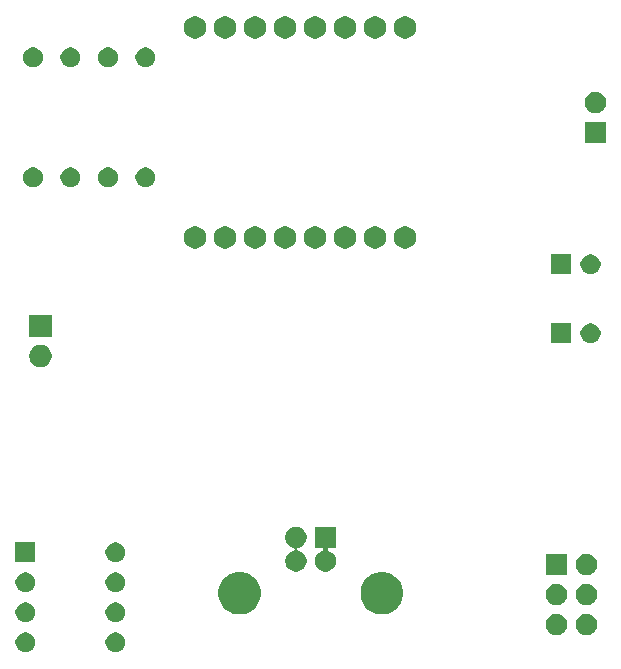
<source format=gbr>
G04 #@! TF.GenerationSoftware,KiCad,Pcbnew,5.1.6-c6e7f7d~86~ubuntu18.04.1*
G04 #@! TF.CreationDate,2020-06-12T21:41:03+02:00*
G04 #@! TF.ProjectId,printplaat,7072696e-7470-46c6-9161-742e6b696361,rev?*
G04 #@! TF.SameCoordinates,Original*
G04 #@! TF.FileFunction,Soldermask,Bot*
G04 #@! TF.FilePolarity,Negative*
%FSLAX46Y46*%
G04 Gerber Fmt 4.6, Leading zero omitted, Abs format (unit mm)*
G04 Created by KiCad (PCBNEW 5.1.6-c6e7f7d~86~ubuntu18.04.1) date 2020-06-12 21:41:03*
%MOMM*%
%LPD*%
G01*
G04 APERTURE LIST*
%ADD10C,0.100000*%
G04 APERTURE END LIST*
D10*
G36*
X106928228Y-166821703D02*
G01*
X107083100Y-166885853D01*
X107222481Y-166978985D01*
X107341015Y-167097519D01*
X107434147Y-167236900D01*
X107498297Y-167391772D01*
X107531000Y-167556184D01*
X107531000Y-167723816D01*
X107498297Y-167888228D01*
X107434147Y-168043100D01*
X107341015Y-168182481D01*
X107222481Y-168301015D01*
X107083100Y-168394147D01*
X106928228Y-168458297D01*
X106763816Y-168491000D01*
X106596184Y-168491000D01*
X106431772Y-168458297D01*
X106276900Y-168394147D01*
X106137519Y-168301015D01*
X106018985Y-168182481D01*
X105925853Y-168043100D01*
X105861703Y-167888228D01*
X105829000Y-167723816D01*
X105829000Y-167556184D01*
X105861703Y-167391772D01*
X105925853Y-167236900D01*
X106018985Y-167097519D01*
X106137519Y-166978985D01*
X106276900Y-166885853D01*
X106431772Y-166821703D01*
X106596184Y-166789000D01*
X106763816Y-166789000D01*
X106928228Y-166821703D01*
G37*
G36*
X99308228Y-166821703D02*
G01*
X99463100Y-166885853D01*
X99602481Y-166978985D01*
X99721015Y-167097519D01*
X99814147Y-167236900D01*
X99878297Y-167391772D01*
X99911000Y-167556184D01*
X99911000Y-167723816D01*
X99878297Y-167888228D01*
X99814147Y-168043100D01*
X99721015Y-168182481D01*
X99602481Y-168301015D01*
X99463100Y-168394147D01*
X99308228Y-168458297D01*
X99143816Y-168491000D01*
X98976184Y-168491000D01*
X98811772Y-168458297D01*
X98656900Y-168394147D01*
X98517519Y-168301015D01*
X98398985Y-168182481D01*
X98305853Y-168043100D01*
X98241703Y-167888228D01*
X98209000Y-167723816D01*
X98209000Y-167556184D01*
X98241703Y-167391772D01*
X98305853Y-167236900D01*
X98398985Y-167097519D01*
X98517519Y-166978985D01*
X98656900Y-166885853D01*
X98811772Y-166821703D01*
X98976184Y-166789000D01*
X99143816Y-166789000D01*
X99308228Y-166821703D01*
G37*
G36*
X146671512Y-165219927D02*
G01*
X146820812Y-165249624D01*
X146984784Y-165317544D01*
X147132354Y-165416147D01*
X147257853Y-165541646D01*
X147356456Y-165689216D01*
X147424376Y-165853188D01*
X147459000Y-166027259D01*
X147459000Y-166204741D01*
X147424376Y-166378812D01*
X147356456Y-166542784D01*
X147257853Y-166690354D01*
X147132354Y-166815853D01*
X146984784Y-166914456D01*
X146820812Y-166982376D01*
X146671512Y-167012073D01*
X146646742Y-167017000D01*
X146469258Y-167017000D01*
X146444488Y-167012073D01*
X146295188Y-166982376D01*
X146131216Y-166914456D01*
X145983646Y-166815853D01*
X145858147Y-166690354D01*
X145759544Y-166542784D01*
X145691624Y-166378812D01*
X145657000Y-166204741D01*
X145657000Y-166027259D01*
X145691624Y-165853188D01*
X145759544Y-165689216D01*
X145858147Y-165541646D01*
X145983646Y-165416147D01*
X146131216Y-165317544D01*
X146295188Y-165249624D01*
X146444488Y-165219927D01*
X146469258Y-165215000D01*
X146646742Y-165215000D01*
X146671512Y-165219927D01*
G37*
G36*
X144131512Y-165219927D02*
G01*
X144280812Y-165249624D01*
X144444784Y-165317544D01*
X144592354Y-165416147D01*
X144717853Y-165541646D01*
X144816456Y-165689216D01*
X144884376Y-165853188D01*
X144919000Y-166027259D01*
X144919000Y-166204741D01*
X144884376Y-166378812D01*
X144816456Y-166542784D01*
X144717853Y-166690354D01*
X144592354Y-166815853D01*
X144444784Y-166914456D01*
X144280812Y-166982376D01*
X144131512Y-167012073D01*
X144106742Y-167017000D01*
X143929258Y-167017000D01*
X143904488Y-167012073D01*
X143755188Y-166982376D01*
X143591216Y-166914456D01*
X143443646Y-166815853D01*
X143318147Y-166690354D01*
X143219544Y-166542784D01*
X143151624Y-166378812D01*
X143117000Y-166204741D01*
X143117000Y-166027259D01*
X143151624Y-165853188D01*
X143219544Y-165689216D01*
X143318147Y-165541646D01*
X143443646Y-165416147D01*
X143591216Y-165317544D01*
X143755188Y-165249624D01*
X143904488Y-165219927D01*
X143929258Y-165215000D01*
X144106742Y-165215000D01*
X144131512Y-165219927D01*
G37*
G36*
X99308228Y-164281703D02*
G01*
X99463100Y-164345853D01*
X99602481Y-164438985D01*
X99721015Y-164557519D01*
X99814147Y-164696900D01*
X99878297Y-164851772D01*
X99911000Y-165016184D01*
X99911000Y-165183816D01*
X99878297Y-165348228D01*
X99814147Y-165503100D01*
X99721015Y-165642481D01*
X99602481Y-165761015D01*
X99463100Y-165854147D01*
X99308228Y-165918297D01*
X99143816Y-165951000D01*
X98976184Y-165951000D01*
X98811772Y-165918297D01*
X98656900Y-165854147D01*
X98517519Y-165761015D01*
X98398985Y-165642481D01*
X98305853Y-165503100D01*
X98241703Y-165348228D01*
X98209000Y-165183816D01*
X98209000Y-165016184D01*
X98241703Y-164851772D01*
X98305853Y-164696900D01*
X98398985Y-164557519D01*
X98517519Y-164438985D01*
X98656900Y-164345853D01*
X98811772Y-164281703D01*
X98976184Y-164249000D01*
X99143816Y-164249000D01*
X99308228Y-164281703D01*
G37*
G36*
X106928228Y-164281703D02*
G01*
X107083100Y-164345853D01*
X107222481Y-164438985D01*
X107341015Y-164557519D01*
X107434147Y-164696900D01*
X107498297Y-164851772D01*
X107531000Y-165016184D01*
X107531000Y-165183816D01*
X107498297Y-165348228D01*
X107434147Y-165503100D01*
X107341015Y-165642481D01*
X107222481Y-165761015D01*
X107083100Y-165854147D01*
X106928228Y-165918297D01*
X106763816Y-165951000D01*
X106596184Y-165951000D01*
X106431772Y-165918297D01*
X106276900Y-165854147D01*
X106137519Y-165761015D01*
X106018985Y-165642481D01*
X105925853Y-165503100D01*
X105861703Y-165348228D01*
X105829000Y-165183816D01*
X105829000Y-165016184D01*
X105861703Y-164851772D01*
X105925853Y-164696900D01*
X106018985Y-164557519D01*
X106137519Y-164438985D01*
X106276900Y-164345853D01*
X106431772Y-164281703D01*
X106596184Y-164249000D01*
X106763816Y-164249000D01*
X106928228Y-164281703D01*
G37*
G36*
X117715331Y-161728211D02*
G01*
X118043092Y-161863974D01*
X118338070Y-162061072D01*
X118588928Y-162311930D01*
X118786026Y-162606908D01*
X118921789Y-162934669D01*
X118991000Y-163282616D01*
X118991000Y-163637384D01*
X118921789Y-163985331D01*
X118786026Y-164313092D01*
X118588928Y-164608070D01*
X118338070Y-164858928D01*
X118043092Y-165056026D01*
X117715331Y-165191789D01*
X117367384Y-165261000D01*
X117012616Y-165261000D01*
X116664669Y-165191789D01*
X116336908Y-165056026D01*
X116041930Y-164858928D01*
X115791072Y-164608070D01*
X115593974Y-164313092D01*
X115458211Y-163985331D01*
X115389000Y-163637384D01*
X115389000Y-163282616D01*
X115458211Y-162934669D01*
X115593974Y-162606908D01*
X115791072Y-162311930D01*
X116041930Y-162061072D01*
X116336908Y-161863974D01*
X116664669Y-161728211D01*
X117012616Y-161659000D01*
X117367384Y-161659000D01*
X117715331Y-161728211D01*
G37*
G36*
X129755331Y-161728211D02*
G01*
X130083092Y-161863974D01*
X130378070Y-162061072D01*
X130628928Y-162311930D01*
X130826026Y-162606908D01*
X130961789Y-162934669D01*
X131031000Y-163282616D01*
X131031000Y-163637384D01*
X130961789Y-163985331D01*
X130826026Y-164313092D01*
X130628928Y-164608070D01*
X130378070Y-164858928D01*
X130083092Y-165056026D01*
X129755331Y-165191789D01*
X129407384Y-165261000D01*
X129052616Y-165261000D01*
X128704669Y-165191789D01*
X128376908Y-165056026D01*
X128081930Y-164858928D01*
X127831072Y-164608070D01*
X127633974Y-164313092D01*
X127498211Y-163985331D01*
X127429000Y-163637384D01*
X127429000Y-163282616D01*
X127498211Y-162934669D01*
X127633974Y-162606908D01*
X127831072Y-162311930D01*
X128081930Y-162061072D01*
X128376908Y-161863974D01*
X128704669Y-161728211D01*
X129052616Y-161659000D01*
X129407384Y-161659000D01*
X129755331Y-161728211D01*
G37*
G36*
X146671512Y-162679927D02*
G01*
X146820812Y-162709624D01*
X146984784Y-162777544D01*
X147132354Y-162876147D01*
X147257853Y-163001646D01*
X147356456Y-163149216D01*
X147424376Y-163313188D01*
X147459000Y-163487259D01*
X147459000Y-163664741D01*
X147424376Y-163838812D01*
X147356456Y-164002784D01*
X147257853Y-164150354D01*
X147132354Y-164275853D01*
X146984784Y-164374456D01*
X146820812Y-164442376D01*
X146671512Y-164472073D01*
X146646742Y-164477000D01*
X146469258Y-164477000D01*
X146444488Y-164472073D01*
X146295188Y-164442376D01*
X146131216Y-164374456D01*
X145983646Y-164275853D01*
X145858147Y-164150354D01*
X145759544Y-164002784D01*
X145691624Y-163838812D01*
X145657000Y-163664741D01*
X145657000Y-163487259D01*
X145691624Y-163313188D01*
X145759544Y-163149216D01*
X145858147Y-163001646D01*
X145983646Y-162876147D01*
X146131216Y-162777544D01*
X146295188Y-162709624D01*
X146444488Y-162679927D01*
X146469258Y-162675000D01*
X146646742Y-162675000D01*
X146671512Y-162679927D01*
G37*
G36*
X144131512Y-162679927D02*
G01*
X144280812Y-162709624D01*
X144444784Y-162777544D01*
X144592354Y-162876147D01*
X144717853Y-163001646D01*
X144816456Y-163149216D01*
X144884376Y-163313188D01*
X144919000Y-163487259D01*
X144919000Y-163664741D01*
X144884376Y-163838812D01*
X144816456Y-164002784D01*
X144717853Y-164150354D01*
X144592354Y-164275853D01*
X144444784Y-164374456D01*
X144280812Y-164442376D01*
X144131512Y-164472073D01*
X144106742Y-164477000D01*
X143929258Y-164477000D01*
X143904488Y-164472073D01*
X143755188Y-164442376D01*
X143591216Y-164374456D01*
X143443646Y-164275853D01*
X143318147Y-164150354D01*
X143219544Y-164002784D01*
X143151624Y-163838812D01*
X143117000Y-163664741D01*
X143117000Y-163487259D01*
X143151624Y-163313188D01*
X143219544Y-163149216D01*
X143318147Y-163001646D01*
X143443646Y-162876147D01*
X143591216Y-162777544D01*
X143755188Y-162709624D01*
X143904488Y-162679927D01*
X143929258Y-162675000D01*
X144106742Y-162675000D01*
X144131512Y-162679927D01*
G37*
G36*
X99308228Y-161741703D02*
G01*
X99463100Y-161805853D01*
X99602481Y-161898985D01*
X99721015Y-162017519D01*
X99814147Y-162156900D01*
X99878297Y-162311772D01*
X99911000Y-162476184D01*
X99911000Y-162643816D01*
X99878297Y-162808228D01*
X99814147Y-162963100D01*
X99721015Y-163102481D01*
X99602481Y-163221015D01*
X99463100Y-163314147D01*
X99308228Y-163378297D01*
X99143816Y-163411000D01*
X98976184Y-163411000D01*
X98811772Y-163378297D01*
X98656900Y-163314147D01*
X98517519Y-163221015D01*
X98398985Y-163102481D01*
X98305853Y-162963100D01*
X98241703Y-162808228D01*
X98209000Y-162643816D01*
X98209000Y-162476184D01*
X98241703Y-162311772D01*
X98305853Y-162156900D01*
X98398985Y-162017519D01*
X98517519Y-161898985D01*
X98656900Y-161805853D01*
X98811772Y-161741703D01*
X98976184Y-161709000D01*
X99143816Y-161709000D01*
X99308228Y-161741703D01*
G37*
G36*
X106928228Y-161741703D02*
G01*
X107083100Y-161805853D01*
X107222481Y-161898985D01*
X107341015Y-162017519D01*
X107434147Y-162156900D01*
X107498297Y-162311772D01*
X107531000Y-162476184D01*
X107531000Y-162643816D01*
X107498297Y-162808228D01*
X107434147Y-162963100D01*
X107341015Y-163102481D01*
X107222481Y-163221015D01*
X107083100Y-163314147D01*
X106928228Y-163378297D01*
X106763816Y-163411000D01*
X106596184Y-163411000D01*
X106431772Y-163378297D01*
X106276900Y-163314147D01*
X106137519Y-163221015D01*
X106018985Y-163102481D01*
X105925853Y-162963100D01*
X105861703Y-162808228D01*
X105829000Y-162643816D01*
X105829000Y-162476184D01*
X105861703Y-162311772D01*
X105925853Y-162156900D01*
X106018985Y-162017519D01*
X106137519Y-161898985D01*
X106276900Y-161805853D01*
X106431772Y-161741703D01*
X106596184Y-161709000D01*
X106763816Y-161709000D01*
X106928228Y-161741703D01*
G37*
G36*
X144919000Y-161937000D02*
G01*
X143117000Y-161937000D01*
X143117000Y-160135000D01*
X144919000Y-160135000D01*
X144919000Y-161937000D01*
G37*
G36*
X146671512Y-160139927D02*
G01*
X146820812Y-160169624D01*
X146984784Y-160237544D01*
X147132354Y-160336147D01*
X147257853Y-160461646D01*
X147356456Y-160609216D01*
X147424376Y-160773188D01*
X147459000Y-160947259D01*
X147459000Y-161124741D01*
X147424376Y-161298812D01*
X147356456Y-161462784D01*
X147257853Y-161610354D01*
X147132354Y-161735853D01*
X146984784Y-161834456D01*
X146820812Y-161902376D01*
X146671512Y-161932073D01*
X146646742Y-161937000D01*
X146469258Y-161937000D01*
X146444488Y-161932073D01*
X146295188Y-161902376D01*
X146131216Y-161834456D01*
X145983646Y-161735853D01*
X145858147Y-161610354D01*
X145759544Y-161462784D01*
X145691624Y-161298812D01*
X145657000Y-161124741D01*
X145657000Y-160947259D01*
X145691624Y-160773188D01*
X145759544Y-160609216D01*
X145858147Y-160461646D01*
X145983646Y-160336147D01*
X146131216Y-160237544D01*
X146295188Y-160169624D01*
X146444488Y-160139927D01*
X146469258Y-160135000D01*
X146646742Y-160135000D01*
X146671512Y-160139927D01*
G37*
G36*
X122073512Y-157853927D02*
G01*
X122222812Y-157883624D01*
X122386784Y-157951544D01*
X122534354Y-158050147D01*
X122659853Y-158175646D01*
X122758456Y-158323216D01*
X122826376Y-158487188D01*
X122861000Y-158661259D01*
X122861000Y-158838741D01*
X122826376Y-159012812D01*
X122758456Y-159176784D01*
X122659853Y-159324354D01*
X122534354Y-159449853D01*
X122386784Y-159548456D01*
X122222812Y-159616376D01*
X122167362Y-159627405D01*
X122143922Y-159634516D01*
X122122311Y-159646067D01*
X122103369Y-159661613D01*
X122087824Y-159680555D01*
X122076273Y-159702165D01*
X122069160Y-159725614D01*
X122066758Y-159750000D01*
X122069160Y-159774387D01*
X122076273Y-159797835D01*
X122087824Y-159819446D01*
X122103370Y-159838388D01*
X122122312Y-159853933D01*
X122143922Y-159865484D01*
X122167362Y-159872595D01*
X122222812Y-159883624D01*
X122386784Y-159951544D01*
X122534354Y-160050147D01*
X122659853Y-160175646D01*
X122758456Y-160323216D01*
X122826376Y-160487188D01*
X122861000Y-160661259D01*
X122861000Y-160838741D01*
X122826376Y-161012812D01*
X122758456Y-161176784D01*
X122659853Y-161324354D01*
X122534354Y-161449853D01*
X122386784Y-161548456D01*
X122222812Y-161616376D01*
X122073512Y-161646073D01*
X122048742Y-161651000D01*
X121871258Y-161651000D01*
X121846488Y-161646073D01*
X121697188Y-161616376D01*
X121533216Y-161548456D01*
X121385646Y-161449853D01*
X121260147Y-161324354D01*
X121161544Y-161176784D01*
X121093624Y-161012812D01*
X121059000Y-160838741D01*
X121059000Y-160661259D01*
X121093624Y-160487188D01*
X121161544Y-160323216D01*
X121260147Y-160175646D01*
X121385646Y-160050147D01*
X121533216Y-159951544D01*
X121697188Y-159883624D01*
X121752638Y-159872595D01*
X121776078Y-159865484D01*
X121797689Y-159853933D01*
X121816631Y-159838387D01*
X121832176Y-159819445D01*
X121843727Y-159797835D01*
X121850840Y-159774386D01*
X121853242Y-159750000D01*
X121850840Y-159725613D01*
X121843727Y-159702165D01*
X121832176Y-159680554D01*
X121816630Y-159661612D01*
X121797688Y-159646067D01*
X121776078Y-159634516D01*
X121752638Y-159627405D01*
X121697188Y-159616376D01*
X121533216Y-159548456D01*
X121385646Y-159449853D01*
X121260147Y-159324354D01*
X121161544Y-159176784D01*
X121093624Y-159012812D01*
X121059000Y-158838741D01*
X121059000Y-158661259D01*
X121093624Y-158487188D01*
X121161544Y-158323216D01*
X121260147Y-158175646D01*
X121385646Y-158050147D01*
X121533216Y-157951544D01*
X121697188Y-157883624D01*
X121846488Y-157853927D01*
X121871258Y-157849000D01*
X122048742Y-157849000D01*
X122073512Y-157853927D01*
G37*
G36*
X125361000Y-159651000D02*
G01*
X124789617Y-159651000D01*
X124765231Y-159653402D01*
X124741782Y-159660515D01*
X124720171Y-159672066D01*
X124701229Y-159687611D01*
X124685684Y-159706553D01*
X124674133Y-159728164D01*
X124667020Y-159751613D01*
X124664618Y-159775999D01*
X124667020Y-159800385D01*
X124674133Y-159823834D01*
X124685684Y-159845445D01*
X124701229Y-159864387D01*
X124720171Y-159879932D01*
X124741771Y-159891477D01*
X124886784Y-159951544D01*
X125034354Y-160050147D01*
X125159853Y-160175646D01*
X125258456Y-160323216D01*
X125326376Y-160487188D01*
X125361000Y-160661259D01*
X125361000Y-160838741D01*
X125326376Y-161012812D01*
X125258456Y-161176784D01*
X125159853Y-161324354D01*
X125034354Y-161449853D01*
X124886784Y-161548456D01*
X124722812Y-161616376D01*
X124573512Y-161646073D01*
X124548742Y-161651000D01*
X124371258Y-161651000D01*
X124346488Y-161646073D01*
X124197188Y-161616376D01*
X124033216Y-161548456D01*
X123885646Y-161449853D01*
X123760147Y-161324354D01*
X123661544Y-161176784D01*
X123593624Y-161012812D01*
X123559000Y-160838741D01*
X123559000Y-160661259D01*
X123593624Y-160487188D01*
X123661544Y-160323216D01*
X123760147Y-160175646D01*
X123885646Y-160050147D01*
X124033216Y-159951544D01*
X124178229Y-159891477D01*
X124199829Y-159879932D01*
X124218771Y-159864387D01*
X124234316Y-159845445D01*
X124245867Y-159823834D01*
X124252980Y-159800385D01*
X124255382Y-159775999D01*
X124252980Y-159751613D01*
X124245867Y-159728164D01*
X124234316Y-159706553D01*
X124218771Y-159687611D01*
X124199829Y-159672066D01*
X124178218Y-159660515D01*
X124154769Y-159653402D01*
X124130383Y-159651000D01*
X123559000Y-159651000D01*
X123559000Y-157849000D01*
X125361000Y-157849000D01*
X125361000Y-159651000D01*
G37*
G36*
X99911000Y-160871000D02*
G01*
X98209000Y-160871000D01*
X98209000Y-159169000D01*
X99911000Y-159169000D01*
X99911000Y-160871000D01*
G37*
G36*
X106928228Y-159201703D02*
G01*
X107083100Y-159265853D01*
X107222481Y-159358985D01*
X107341015Y-159477519D01*
X107434147Y-159616900D01*
X107498297Y-159771772D01*
X107531000Y-159936184D01*
X107531000Y-160103816D01*
X107498297Y-160268228D01*
X107434147Y-160423100D01*
X107341015Y-160562481D01*
X107222481Y-160681015D01*
X107083100Y-160774147D01*
X106928228Y-160838297D01*
X106763816Y-160871000D01*
X106596184Y-160871000D01*
X106431772Y-160838297D01*
X106276900Y-160774147D01*
X106137519Y-160681015D01*
X106018985Y-160562481D01*
X105925853Y-160423100D01*
X105861703Y-160268228D01*
X105829000Y-160103816D01*
X105829000Y-159936184D01*
X105861703Y-159771772D01*
X105925853Y-159616900D01*
X106018985Y-159477519D01*
X106137519Y-159358985D01*
X106276900Y-159265853D01*
X106431772Y-159201703D01*
X106596184Y-159169000D01*
X106763816Y-159169000D01*
X106928228Y-159201703D01*
G37*
G36*
X100607395Y-142468546D02*
G01*
X100780466Y-142540234D01*
X100780467Y-142540235D01*
X100936227Y-142644310D01*
X101068690Y-142776773D01*
X101068691Y-142776775D01*
X101172766Y-142932534D01*
X101244454Y-143105605D01*
X101281000Y-143289333D01*
X101281000Y-143476667D01*
X101244454Y-143660395D01*
X101172766Y-143833466D01*
X101172765Y-143833467D01*
X101068690Y-143989227D01*
X100936227Y-144121690D01*
X100857818Y-144174081D01*
X100780466Y-144225766D01*
X100607395Y-144297454D01*
X100423667Y-144334000D01*
X100236333Y-144334000D01*
X100052605Y-144297454D01*
X99879534Y-144225766D01*
X99802182Y-144174081D01*
X99723773Y-144121690D01*
X99591310Y-143989227D01*
X99487235Y-143833467D01*
X99487234Y-143833466D01*
X99415546Y-143660395D01*
X99379000Y-143476667D01*
X99379000Y-143289333D01*
X99415546Y-143105605D01*
X99487234Y-142932534D01*
X99591309Y-142776775D01*
X99591310Y-142776773D01*
X99723773Y-142644310D01*
X99879533Y-142540235D01*
X99879534Y-142540234D01*
X100052605Y-142468546D01*
X100236333Y-142432000D01*
X100423667Y-142432000D01*
X100607395Y-142468546D01*
G37*
G36*
X145250000Y-142329000D02*
G01*
X143548000Y-142329000D01*
X143548000Y-140627000D01*
X145250000Y-140627000D01*
X145250000Y-142329000D01*
G37*
G36*
X147147228Y-140659703D02*
G01*
X147302100Y-140723853D01*
X147441481Y-140816985D01*
X147560015Y-140935519D01*
X147653147Y-141074900D01*
X147717297Y-141229772D01*
X147750000Y-141394184D01*
X147750000Y-141561816D01*
X147717297Y-141726228D01*
X147653147Y-141881100D01*
X147560015Y-142020481D01*
X147441481Y-142139015D01*
X147302100Y-142232147D01*
X147147228Y-142296297D01*
X146982816Y-142329000D01*
X146815184Y-142329000D01*
X146650772Y-142296297D01*
X146495900Y-142232147D01*
X146356519Y-142139015D01*
X146237985Y-142020481D01*
X146144853Y-141881100D01*
X146080703Y-141726228D01*
X146048000Y-141561816D01*
X146048000Y-141394184D01*
X146080703Y-141229772D01*
X146144853Y-141074900D01*
X146237985Y-140935519D01*
X146356519Y-140816985D01*
X146495900Y-140723853D01*
X146650772Y-140659703D01*
X146815184Y-140627000D01*
X146982816Y-140627000D01*
X147147228Y-140659703D01*
G37*
G36*
X101281000Y-141794000D02*
G01*
X99379000Y-141794000D01*
X99379000Y-139892000D01*
X101281000Y-139892000D01*
X101281000Y-141794000D01*
G37*
G36*
X145250000Y-136487000D02*
G01*
X143548000Y-136487000D01*
X143548000Y-134785000D01*
X145250000Y-134785000D01*
X145250000Y-136487000D01*
G37*
G36*
X147147228Y-134817703D02*
G01*
X147302100Y-134881853D01*
X147441481Y-134974985D01*
X147560015Y-135093519D01*
X147653147Y-135232900D01*
X147717297Y-135387772D01*
X147750000Y-135552184D01*
X147750000Y-135719816D01*
X147717297Y-135884228D01*
X147653147Y-136039100D01*
X147560015Y-136178481D01*
X147441481Y-136297015D01*
X147302100Y-136390147D01*
X147147228Y-136454297D01*
X146982816Y-136487000D01*
X146815184Y-136487000D01*
X146650772Y-136454297D01*
X146495900Y-136390147D01*
X146356519Y-136297015D01*
X146237985Y-136178481D01*
X146144853Y-136039100D01*
X146080703Y-135884228D01*
X146048000Y-135719816D01*
X146048000Y-135552184D01*
X146080703Y-135387772D01*
X146144853Y-135232900D01*
X146237985Y-135093519D01*
X146356519Y-134974985D01*
X146495900Y-134881853D01*
X146650772Y-134817703D01*
X146815184Y-134785000D01*
X146982816Y-134785000D01*
X147147228Y-134817703D01*
G37*
G36*
X126385187Y-132446123D02*
G01*
X126556255Y-132516982D01*
X126556257Y-132516983D01*
X126633758Y-132568768D01*
X126710214Y-132619854D01*
X126841146Y-132750786D01*
X126944018Y-132904745D01*
X127014877Y-133075813D01*
X127051000Y-133257417D01*
X127051000Y-133442583D01*
X127014877Y-133624187D01*
X126944018Y-133795255D01*
X126944017Y-133795257D01*
X126841145Y-133949215D01*
X126710215Y-134080145D01*
X126556257Y-134183017D01*
X126556256Y-134183018D01*
X126556255Y-134183018D01*
X126385187Y-134253877D01*
X126203583Y-134290000D01*
X126018417Y-134290000D01*
X125836813Y-134253877D01*
X125665745Y-134183018D01*
X125665744Y-134183018D01*
X125665743Y-134183017D01*
X125511785Y-134080145D01*
X125380855Y-133949215D01*
X125277983Y-133795257D01*
X125277982Y-133795255D01*
X125207123Y-133624187D01*
X125171000Y-133442583D01*
X125171000Y-133257417D01*
X125207123Y-133075813D01*
X125277982Y-132904745D01*
X125380854Y-132750786D01*
X125511786Y-132619854D01*
X125588242Y-132568768D01*
X125665743Y-132516983D01*
X125665745Y-132516982D01*
X125836813Y-132446123D01*
X126018417Y-132410000D01*
X126203583Y-132410000D01*
X126385187Y-132446123D01*
G37*
G36*
X113685187Y-132446123D02*
G01*
X113856255Y-132516982D01*
X113856257Y-132516983D01*
X113933758Y-132568768D01*
X114010214Y-132619854D01*
X114141146Y-132750786D01*
X114244018Y-132904745D01*
X114314877Y-133075813D01*
X114351000Y-133257417D01*
X114351000Y-133442583D01*
X114314877Y-133624187D01*
X114244018Y-133795255D01*
X114244017Y-133795257D01*
X114141145Y-133949215D01*
X114010215Y-134080145D01*
X113856257Y-134183017D01*
X113856256Y-134183018D01*
X113856255Y-134183018D01*
X113685187Y-134253877D01*
X113503583Y-134290000D01*
X113318417Y-134290000D01*
X113136813Y-134253877D01*
X112965745Y-134183018D01*
X112965744Y-134183018D01*
X112965743Y-134183017D01*
X112811785Y-134080145D01*
X112680855Y-133949215D01*
X112577983Y-133795257D01*
X112577982Y-133795255D01*
X112507123Y-133624187D01*
X112471000Y-133442583D01*
X112471000Y-133257417D01*
X112507123Y-133075813D01*
X112577982Y-132904745D01*
X112680854Y-132750786D01*
X112811786Y-132619854D01*
X112888242Y-132568768D01*
X112965743Y-132516983D01*
X112965745Y-132516982D01*
X113136813Y-132446123D01*
X113318417Y-132410000D01*
X113503583Y-132410000D01*
X113685187Y-132446123D01*
G37*
G36*
X128925187Y-132446123D02*
G01*
X129096255Y-132516982D01*
X129096257Y-132516983D01*
X129173758Y-132568768D01*
X129250214Y-132619854D01*
X129381146Y-132750786D01*
X129484018Y-132904745D01*
X129554877Y-133075813D01*
X129591000Y-133257417D01*
X129591000Y-133442583D01*
X129554877Y-133624187D01*
X129484018Y-133795255D01*
X129484017Y-133795257D01*
X129381145Y-133949215D01*
X129250215Y-134080145D01*
X129096257Y-134183017D01*
X129096256Y-134183018D01*
X129096255Y-134183018D01*
X128925187Y-134253877D01*
X128743583Y-134290000D01*
X128558417Y-134290000D01*
X128376813Y-134253877D01*
X128205745Y-134183018D01*
X128205744Y-134183018D01*
X128205743Y-134183017D01*
X128051785Y-134080145D01*
X127920855Y-133949215D01*
X127817983Y-133795257D01*
X127817982Y-133795255D01*
X127747123Y-133624187D01*
X127711000Y-133442583D01*
X127711000Y-133257417D01*
X127747123Y-133075813D01*
X127817982Y-132904745D01*
X127920854Y-132750786D01*
X128051786Y-132619854D01*
X128128242Y-132568768D01*
X128205743Y-132516983D01*
X128205745Y-132516982D01*
X128376813Y-132446123D01*
X128558417Y-132410000D01*
X128743583Y-132410000D01*
X128925187Y-132446123D01*
G37*
G36*
X123845187Y-132446123D02*
G01*
X124016255Y-132516982D01*
X124016257Y-132516983D01*
X124093758Y-132568768D01*
X124170214Y-132619854D01*
X124301146Y-132750786D01*
X124404018Y-132904745D01*
X124474877Y-133075813D01*
X124511000Y-133257417D01*
X124511000Y-133442583D01*
X124474877Y-133624187D01*
X124404018Y-133795255D01*
X124404017Y-133795257D01*
X124301145Y-133949215D01*
X124170215Y-134080145D01*
X124016257Y-134183017D01*
X124016256Y-134183018D01*
X124016255Y-134183018D01*
X123845187Y-134253877D01*
X123663583Y-134290000D01*
X123478417Y-134290000D01*
X123296813Y-134253877D01*
X123125745Y-134183018D01*
X123125744Y-134183018D01*
X123125743Y-134183017D01*
X122971785Y-134080145D01*
X122840855Y-133949215D01*
X122737983Y-133795257D01*
X122737982Y-133795255D01*
X122667123Y-133624187D01*
X122631000Y-133442583D01*
X122631000Y-133257417D01*
X122667123Y-133075813D01*
X122737982Y-132904745D01*
X122840854Y-132750786D01*
X122971786Y-132619854D01*
X123048242Y-132568768D01*
X123125743Y-132516983D01*
X123125745Y-132516982D01*
X123296813Y-132446123D01*
X123478417Y-132410000D01*
X123663583Y-132410000D01*
X123845187Y-132446123D01*
G37*
G36*
X118765187Y-132446123D02*
G01*
X118936255Y-132516982D01*
X118936257Y-132516983D01*
X119013758Y-132568768D01*
X119090214Y-132619854D01*
X119221146Y-132750786D01*
X119324018Y-132904745D01*
X119394877Y-133075813D01*
X119431000Y-133257417D01*
X119431000Y-133442583D01*
X119394877Y-133624187D01*
X119324018Y-133795255D01*
X119324017Y-133795257D01*
X119221145Y-133949215D01*
X119090215Y-134080145D01*
X118936257Y-134183017D01*
X118936256Y-134183018D01*
X118936255Y-134183018D01*
X118765187Y-134253877D01*
X118583583Y-134290000D01*
X118398417Y-134290000D01*
X118216813Y-134253877D01*
X118045745Y-134183018D01*
X118045744Y-134183018D01*
X118045743Y-134183017D01*
X117891785Y-134080145D01*
X117760855Y-133949215D01*
X117657983Y-133795257D01*
X117657982Y-133795255D01*
X117587123Y-133624187D01*
X117551000Y-133442583D01*
X117551000Y-133257417D01*
X117587123Y-133075813D01*
X117657982Y-132904745D01*
X117760854Y-132750786D01*
X117891786Y-132619854D01*
X117968242Y-132568768D01*
X118045743Y-132516983D01*
X118045745Y-132516982D01*
X118216813Y-132446123D01*
X118398417Y-132410000D01*
X118583583Y-132410000D01*
X118765187Y-132446123D01*
G37*
G36*
X116225187Y-132446123D02*
G01*
X116396255Y-132516982D01*
X116396257Y-132516983D01*
X116473758Y-132568768D01*
X116550214Y-132619854D01*
X116681146Y-132750786D01*
X116784018Y-132904745D01*
X116854877Y-133075813D01*
X116891000Y-133257417D01*
X116891000Y-133442583D01*
X116854877Y-133624187D01*
X116784018Y-133795255D01*
X116784017Y-133795257D01*
X116681145Y-133949215D01*
X116550215Y-134080145D01*
X116396257Y-134183017D01*
X116396256Y-134183018D01*
X116396255Y-134183018D01*
X116225187Y-134253877D01*
X116043583Y-134290000D01*
X115858417Y-134290000D01*
X115676813Y-134253877D01*
X115505745Y-134183018D01*
X115505744Y-134183018D01*
X115505743Y-134183017D01*
X115351785Y-134080145D01*
X115220855Y-133949215D01*
X115117983Y-133795257D01*
X115117982Y-133795255D01*
X115047123Y-133624187D01*
X115011000Y-133442583D01*
X115011000Y-133257417D01*
X115047123Y-133075813D01*
X115117982Y-132904745D01*
X115220854Y-132750786D01*
X115351786Y-132619854D01*
X115428242Y-132568768D01*
X115505743Y-132516983D01*
X115505745Y-132516982D01*
X115676813Y-132446123D01*
X115858417Y-132410000D01*
X116043583Y-132410000D01*
X116225187Y-132446123D01*
G37*
G36*
X131465187Y-132446123D02*
G01*
X131636255Y-132516982D01*
X131636257Y-132516983D01*
X131713758Y-132568768D01*
X131790214Y-132619854D01*
X131921146Y-132750786D01*
X132024018Y-132904745D01*
X132094877Y-133075813D01*
X132131000Y-133257417D01*
X132131000Y-133442583D01*
X132094877Y-133624187D01*
X132024018Y-133795255D01*
X132024017Y-133795257D01*
X131921145Y-133949215D01*
X131790215Y-134080145D01*
X131636257Y-134183017D01*
X131636256Y-134183018D01*
X131636255Y-134183018D01*
X131465187Y-134253877D01*
X131283583Y-134290000D01*
X131098417Y-134290000D01*
X130916813Y-134253877D01*
X130745745Y-134183018D01*
X130745744Y-134183018D01*
X130745743Y-134183017D01*
X130591785Y-134080145D01*
X130460855Y-133949215D01*
X130357983Y-133795257D01*
X130357982Y-133795255D01*
X130287123Y-133624187D01*
X130251000Y-133442583D01*
X130251000Y-133257417D01*
X130287123Y-133075813D01*
X130357982Y-132904745D01*
X130460854Y-132750786D01*
X130591786Y-132619854D01*
X130668242Y-132568768D01*
X130745743Y-132516983D01*
X130745745Y-132516982D01*
X130916813Y-132446123D01*
X131098417Y-132410000D01*
X131283583Y-132410000D01*
X131465187Y-132446123D01*
G37*
G36*
X121305187Y-132446123D02*
G01*
X121476255Y-132516982D01*
X121476257Y-132516983D01*
X121553758Y-132568768D01*
X121630214Y-132619854D01*
X121761146Y-132750786D01*
X121864018Y-132904745D01*
X121934877Y-133075813D01*
X121971000Y-133257417D01*
X121971000Y-133442583D01*
X121934877Y-133624187D01*
X121864018Y-133795255D01*
X121864017Y-133795257D01*
X121761145Y-133949215D01*
X121630215Y-134080145D01*
X121476257Y-134183017D01*
X121476256Y-134183018D01*
X121476255Y-134183018D01*
X121305187Y-134253877D01*
X121123583Y-134290000D01*
X120938417Y-134290000D01*
X120756813Y-134253877D01*
X120585745Y-134183018D01*
X120585744Y-134183018D01*
X120585743Y-134183017D01*
X120431785Y-134080145D01*
X120300855Y-133949215D01*
X120197983Y-133795257D01*
X120197982Y-133795255D01*
X120127123Y-133624187D01*
X120091000Y-133442583D01*
X120091000Y-133257417D01*
X120127123Y-133075813D01*
X120197982Y-132904745D01*
X120300854Y-132750786D01*
X120431786Y-132619854D01*
X120508242Y-132568768D01*
X120585743Y-132516983D01*
X120585745Y-132516982D01*
X120756813Y-132446123D01*
X120938417Y-132410000D01*
X121123583Y-132410000D01*
X121305187Y-132446123D01*
G37*
G36*
X106293228Y-127451703D02*
G01*
X106448100Y-127515853D01*
X106587481Y-127608985D01*
X106706015Y-127727519D01*
X106799147Y-127866900D01*
X106863297Y-128021772D01*
X106896000Y-128186184D01*
X106896000Y-128353816D01*
X106863297Y-128518228D01*
X106799147Y-128673100D01*
X106706015Y-128812481D01*
X106587481Y-128931015D01*
X106448100Y-129024147D01*
X106293228Y-129088297D01*
X106128816Y-129121000D01*
X105961184Y-129121000D01*
X105796772Y-129088297D01*
X105641900Y-129024147D01*
X105502519Y-128931015D01*
X105383985Y-128812481D01*
X105290853Y-128673100D01*
X105226703Y-128518228D01*
X105194000Y-128353816D01*
X105194000Y-128186184D01*
X105226703Y-128021772D01*
X105290853Y-127866900D01*
X105383985Y-127727519D01*
X105502519Y-127608985D01*
X105641900Y-127515853D01*
X105796772Y-127451703D01*
X105961184Y-127419000D01*
X106128816Y-127419000D01*
X106293228Y-127451703D01*
G37*
G36*
X99943228Y-127451703D02*
G01*
X100098100Y-127515853D01*
X100237481Y-127608985D01*
X100356015Y-127727519D01*
X100449147Y-127866900D01*
X100513297Y-128021772D01*
X100546000Y-128186184D01*
X100546000Y-128353816D01*
X100513297Y-128518228D01*
X100449147Y-128673100D01*
X100356015Y-128812481D01*
X100237481Y-128931015D01*
X100098100Y-129024147D01*
X99943228Y-129088297D01*
X99778816Y-129121000D01*
X99611184Y-129121000D01*
X99446772Y-129088297D01*
X99291900Y-129024147D01*
X99152519Y-128931015D01*
X99033985Y-128812481D01*
X98940853Y-128673100D01*
X98876703Y-128518228D01*
X98844000Y-128353816D01*
X98844000Y-128186184D01*
X98876703Y-128021772D01*
X98940853Y-127866900D01*
X99033985Y-127727519D01*
X99152519Y-127608985D01*
X99291900Y-127515853D01*
X99446772Y-127451703D01*
X99611184Y-127419000D01*
X99778816Y-127419000D01*
X99943228Y-127451703D01*
G37*
G36*
X103118228Y-127451703D02*
G01*
X103273100Y-127515853D01*
X103412481Y-127608985D01*
X103531015Y-127727519D01*
X103624147Y-127866900D01*
X103688297Y-128021772D01*
X103721000Y-128186184D01*
X103721000Y-128353816D01*
X103688297Y-128518228D01*
X103624147Y-128673100D01*
X103531015Y-128812481D01*
X103412481Y-128931015D01*
X103273100Y-129024147D01*
X103118228Y-129088297D01*
X102953816Y-129121000D01*
X102786184Y-129121000D01*
X102621772Y-129088297D01*
X102466900Y-129024147D01*
X102327519Y-128931015D01*
X102208985Y-128812481D01*
X102115853Y-128673100D01*
X102051703Y-128518228D01*
X102019000Y-128353816D01*
X102019000Y-128186184D01*
X102051703Y-128021772D01*
X102115853Y-127866900D01*
X102208985Y-127727519D01*
X102327519Y-127608985D01*
X102466900Y-127515853D01*
X102621772Y-127451703D01*
X102786184Y-127419000D01*
X102953816Y-127419000D01*
X103118228Y-127451703D01*
G37*
G36*
X109468228Y-127451703D02*
G01*
X109623100Y-127515853D01*
X109762481Y-127608985D01*
X109881015Y-127727519D01*
X109974147Y-127866900D01*
X110038297Y-128021772D01*
X110071000Y-128186184D01*
X110071000Y-128353816D01*
X110038297Y-128518228D01*
X109974147Y-128673100D01*
X109881015Y-128812481D01*
X109762481Y-128931015D01*
X109623100Y-129024147D01*
X109468228Y-129088297D01*
X109303816Y-129121000D01*
X109136184Y-129121000D01*
X108971772Y-129088297D01*
X108816900Y-129024147D01*
X108677519Y-128931015D01*
X108558985Y-128812481D01*
X108465853Y-128673100D01*
X108401703Y-128518228D01*
X108369000Y-128353816D01*
X108369000Y-128186184D01*
X108401703Y-128021772D01*
X108465853Y-127866900D01*
X108558985Y-127727519D01*
X108677519Y-127608985D01*
X108816900Y-127515853D01*
X108971772Y-127451703D01*
X109136184Y-127419000D01*
X109303816Y-127419000D01*
X109468228Y-127451703D01*
G37*
G36*
X148221000Y-125361000D02*
G01*
X146419000Y-125361000D01*
X146419000Y-123559000D01*
X148221000Y-123559000D01*
X148221000Y-125361000D01*
G37*
G36*
X147433512Y-121023927D02*
G01*
X147582812Y-121053624D01*
X147746784Y-121121544D01*
X147894354Y-121220147D01*
X148019853Y-121345646D01*
X148118456Y-121493216D01*
X148186376Y-121657188D01*
X148221000Y-121831259D01*
X148221000Y-122008741D01*
X148186376Y-122182812D01*
X148118456Y-122346784D01*
X148019853Y-122494354D01*
X147894354Y-122619853D01*
X147746784Y-122718456D01*
X147582812Y-122786376D01*
X147433512Y-122816073D01*
X147408742Y-122821000D01*
X147231258Y-122821000D01*
X147206488Y-122816073D01*
X147057188Y-122786376D01*
X146893216Y-122718456D01*
X146745646Y-122619853D01*
X146620147Y-122494354D01*
X146521544Y-122346784D01*
X146453624Y-122182812D01*
X146419000Y-122008741D01*
X146419000Y-121831259D01*
X146453624Y-121657188D01*
X146521544Y-121493216D01*
X146620147Y-121345646D01*
X146745646Y-121220147D01*
X146893216Y-121121544D01*
X147057188Y-121053624D01*
X147206488Y-121023927D01*
X147231258Y-121019000D01*
X147408742Y-121019000D01*
X147433512Y-121023927D01*
G37*
G36*
X103118228Y-117291703D02*
G01*
X103273100Y-117355853D01*
X103412481Y-117448985D01*
X103531015Y-117567519D01*
X103624147Y-117706900D01*
X103688297Y-117861772D01*
X103721000Y-118026184D01*
X103721000Y-118193816D01*
X103688297Y-118358228D01*
X103624147Y-118513100D01*
X103531015Y-118652481D01*
X103412481Y-118771015D01*
X103273100Y-118864147D01*
X103118228Y-118928297D01*
X102953816Y-118961000D01*
X102786184Y-118961000D01*
X102621772Y-118928297D01*
X102466900Y-118864147D01*
X102327519Y-118771015D01*
X102208985Y-118652481D01*
X102115853Y-118513100D01*
X102051703Y-118358228D01*
X102019000Y-118193816D01*
X102019000Y-118026184D01*
X102051703Y-117861772D01*
X102115853Y-117706900D01*
X102208985Y-117567519D01*
X102327519Y-117448985D01*
X102466900Y-117355853D01*
X102621772Y-117291703D01*
X102786184Y-117259000D01*
X102953816Y-117259000D01*
X103118228Y-117291703D01*
G37*
G36*
X99943228Y-117291703D02*
G01*
X100098100Y-117355853D01*
X100237481Y-117448985D01*
X100356015Y-117567519D01*
X100449147Y-117706900D01*
X100513297Y-117861772D01*
X100546000Y-118026184D01*
X100546000Y-118193816D01*
X100513297Y-118358228D01*
X100449147Y-118513100D01*
X100356015Y-118652481D01*
X100237481Y-118771015D01*
X100098100Y-118864147D01*
X99943228Y-118928297D01*
X99778816Y-118961000D01*
X99611184Y-118961000D01*
X99446772Y-118928297D01*
X99291900Y-118864147D01*
X99152519Y-118771015D01*
X99033985Y-118652481D01*
X98940853Y-118513100D01*
X98876703Y-118358228D01*
X98844000Y-118193816D01*
X98844000Y-118026184D01*
X98876703Y-117861772D01*
X98940853Y-117706900D01*
X99033985Y-117567519D01*
X99152519Y-117448985D01*
X99291900Y-117355853D01*
X99446772Y-117291703D01*
X99611184Y-117259000D01*
X99778816Y-117259000D01*
X99943228Y-117291703D01*
G37*
G36*
X109468228Y-117291703D02*
G01*
X109623100Y-117355853D01*
X109762481Y-117448985D01*
X109881015Y-117567519D01*
X109974147Y-117706900D01*
X110038297Y-117861772D01*
X110071000Y-118026184D01*
X110071000Y-118193816D01*
X110038297Y-118358228D01*
X109974147Y-118513100D01*
X109881015Y-118652481D01*
X109762481Y-118771015D01*
X109623100Y-118864147D01*
X109468228Y-118928297D01*
X109303816Y-118961000D01*
X109136184Y-118961000D01*
X108971772Y-118928297D01*
X108816900Y-118864147D01*
X108677519Y-118771015D01*
X108558985Y-118652481D01*
X108465853Y-118513100D01*
X108401703Y-118358228D01*
X108369000Y-118193816D01*
X108369000Y-118026184D01*
X108401703Y-117861772D01*
X108465853Y-117706900D01*
X108558985Y-117567519D01*
X108677519Y-117448985D01*
X108816900Y-117355853D01*
X108971772Y-117291703D01*
X109136184Y-117259000D01*
X109303816Y-117259000D01*
X109468228Y-117291703D01*
G37*
G36*
X106293228Y-117291703D02*
G01*
X106448100Y-117355853D01*
X106587481Y-117448985D01*
X106706015Y-117567519D01*
X106799147Y-117706900D01*
X106863297Y-117861772D01*
X106896000Y-118026184D01*
X106896000Y-118193816D01*
X106863297Y-118358228D01*
X106799147Y-118513100D01*
X106706015Y-118652481D01*
X106587481Y-118771015D01*
X106448100Y-118864147D01*
X106293228Y-118928297D01*
X106128816Y-118961000D01*
X105961184Y-118961000D01*
X105796772Y-118928297D01*
X105641900Y-118864147D01*
X105502519Y-118771015D01*
X105383985Y-118652481D01*
X105290853Y-118513100D01*
X105226703Y-118358228D01*
X105194000Y-118193816D01*
X105194000Y-118026184D01*
X105226703Y-117861772D01*
X105290853Y-117706900D01*
X105383985Y-117567519D01*
X105502519Y-117448985D01*
X105641900Y-117355853D01*
X105796772Y-117291703D01*
X105961184Y-117259000D01*
X106128816Y-117259000D01*
X106293228Y-117291703D01*
G37*
G36*
X116225187Y-114666123D02*
G01*
X116396255Y-114736982D01*
X116396257Y-114736983D01*
X116473758Y-114788768D01*
X116550214Y-114839854D01*
X116681146Y-114970786D01*
X116784018Y-115124745D01*
X116854877Y-115295813D01*
X116891000Y-115477417D01*
X116891000Y-115662583D01*
X116854877Y-115844187D01*
X116784018Y-116015255D01*
X116784017Y-116015257D01*
X116681145Y-116169215D01*
X116550215Y-116300145D01*
X116396257Y-116403017D01*
X116396256Y-116403018D01*
X116396255Y-116403018D01*
X116225187Y-116473877D01*
X116043583Y-116510000D01*
X115858417Y-116510000D01*
X115676813Y-116473877D01*
X115505745Y-116403018D01*
X115505744Y-116403018D01*
X115505743Y-116403017D01*
X115351785Y-116300145D01*
X115220855Y-116169215D01*
X115117983Y-116015257D01*
X115117982Y-116015255D01*
X115047123Y-115844187D01*
X115011000Y-115662583D01*
X115011000Y-115477417D01*
X115047123Y-115295813D01*
X115117982Y-115124745D01*
X115220854Y-114970786D01*
X115351786Y-114839854D01*
X115428242Y-114788768D01*
X115505743Y-114736983D01*
X115505745Y-114736982D01*
X115676813Y-114666123D01*
X115858417Y-114630000D01*
X116043583Y-114630000D01*
X116225187Y-114666123D01*
G37*
G36*
X118765187Y-114666123D02*
G01*
X118936255Y-114736982D01*
X118936257Y-114736983D01*
X119013758Y-114788768D01*
X119090214Y-114839854D01*
X119221146Y-114970786D01*
X119324018Y-115124745D01*
X119394877Y-115295813D01*
X119431000Y-115477417D01*
X119431000Y-115662583D01*
X119394877Y-115844187D01*
X119324018Y-116015255D01*
X119324017Y-116015257D01*
X119221145Y-116169215D01*
X119090215Y-116300145D01*
X118936257Y-116403017D01*
X118936256Y-116403018D01*
X118936255Y-116403018D01*
X118765187Y-116473877D01*
X118583583Y-116510000D01*
X118398417Y-116510000D01*
X118216813Y-116473877D01*
X118045745Y-116403018D01*
X118045744Y-116403018D01*
X118045743Y-116403017D01*
X117891785Y-116300145D01*
X117760855Y-116169215D01*
X117657983Y-116015257D01*
X117657982Y-116015255D01*
X117587123Y-115844187D01*
X117551000Y-115662583D01*
X117551000Y-115477417D01*
X117587123Y-115295813D01*
X117657982Y-115124745D01*
X117760854Y-114970786D01*
X117891786Y-114839854D01*
X117968242Y-114788768D01*
X118045743Y-114736983D01*
X118045745Y-114736982D01*
X118216813Y-114666123D01*
X118398417Y-114630000D01*
X118583583Y-114630000D01*
X118765187Y-114666123D01*
G37*
G36*
X121305187Y-114666123D02*
G01*
X121476255Y-114736982D01*
X121476257Y-114736983D01*
X121553758Y-114788768D01*
X121630214Y-114839854D01*
X121761146Y-114970786D01*
X121864018Y-115124745D01*
X121934877Y-115295813D01*
X121971000Y-115477417D01*
X121971000Y-115662583D01*
X121934877Y-115844187D01*
X121864018Y-116015255D01*
X121864017Y-116015257D01*
X121761145Y-116169215D01*
X121630215Y-116300145D01*
X121476257Y-116403017D01*
X121476256Y-116403018D01*
X121476255Y-116403018D01*
X121305187Y-116473877D01*
X121123583Y-116510000D01*
X120938417Y-116510000D01*
X120756813Y-116473877D01*
X120585745Y-116403018D01*
X120585744Y-116403018D01*
X120585743Y-116403017D01*
X120431785Y-116300145D01*
X120300855Y-116169215D01*
X120197983Y-116015257D01*
X120197982Y-116015255D01*
X120127123Y-115844187D01*
X120091000Y-115662583D01*
X120091000Y-115477417D01*
X120127123Y-115295813D01*
X120197982Y-115124745D01*
X120300854Y-114970786D01*
X120431786Y-114839854D01*
X120508242Y-114788768D01*
X120585743Y-114736983D01*
X120585745Y-114736982D01*
X120756813Y-114666123D01*
X120938417Y-114630000D01*
X121123583Y-114630000D01*
X121305187Y-114666123D01*
G37*
G36*
X123845187Y-114666123D02*
G01*
X124016255Y-114736982D01*
X124016257Y-114736983D01*
X124093758Y-114788768D01*
X124170214Y-114839854D01*
X124301146Y-114970786D01*
X124404018Y-115124745D01*
X124474877Y-115295813D01*
X124511000Y-115477417D01*
X124511000Y-115662583D01*
X124474877Y-115844187D01*
X124404018Y-116015255D01*
X124404017Y-116015257D01*
X124301145Y-116169215D01*
X124170215Y-116300145D01*
X124016257Y-116403017D01*
X124016256Y-116403018D01*
X124016255Y-116403018D01*
X123845187Y-116473877D01*
X123663583Y-116510000D01*
X123478417Y-116510000D01*
X123296813Y-116473877D01*
X123125745Y-116403018D01*
X123125744Y-116403018D01*
X123125743Y-116403017D01*
X122971785Y-116300145D01*
X122840855Y-116169215D01*
X122737983Y-116015257D01*
X122737982Y-116015255D01*
X122667123Y-115844187D01*
X122631000Y-115662583D01*
X122631000Y-115477417D01*
X122667123Y-115295813D01*
X122737982Y-115124745D01*
X122840854Y-114970786D01*
X122971786Y-114839854D01*
X123048242Y-114788768D01*
X123125743Y-114736983D01*
X123125745Y-114736982D01*
X123296813Y-114666123D01*
X123478417Y-114630000D01*
X123663583Y-114630000D01*
X123845187Y-114666123D01*
G37*
G36*
X126385187Y-114666123D02*
G01*
X126556255Y-114736982D01*
X126556257Y-114736983D01*
X126633758Y-114788768D01*
X126710214Y-114839854D01*
X126841146Y-114970786D01*
X126944018Y-115124745D01*
X127014877Y-115295813D01*
X127051000Y-115477417D01*
X127051000Y-115662583D01*
X127014877Y-115844187D01*
X126944018Y-116015255D01*
X126944017Y-116015257D01*
X126841145Y-116169215D01*
X126710215Y-116300145D01*
X126556257Y-116403017D01*
X126556256Y-116403018D01*
X126556255Y-116403018D01*
X126385187Y-116473877D01*
X126203583Y-116510000D01*
X126018417Y-116510000D01*
X125836813Y-116473877D01*
X125665745Y-116403018D01*
X125665744Y-116403018D01*
X125665743Y-116403017D01*
X125511785Y-116300145D01*
X125380855Y-116169215D01*
X125277983Y-116015257D01*
X125277982Y-116015255D01*
X125207123Y-115844187D01*
X125171000Y-115662583D01*
X125171000Y-115477417D01*
X125207123Y-115295813D01*
X125277982Y-115124745D01*
X125380854Y-114970786D01*
X125511786Y-114839854D01*
X125588242Y-114788768D01*
X125665743Y-114736983D01*
X125665745Y-114736982D01*
X125836813Y-114666123D01*
X126018417Y-114630000D01*
X126203583Y-114630000D01*
X126385187Y-114666123D01*
G37*
G36*
X128925187Y-114666123D02*
G01*
X129096255Y-114736982D01*
X129096257Y-114736983D01*
X129173758Y-114788768D01*
X129250214Y-114839854D01*
X129381146Y-114970786D01*
X129484018Y-115124745D01*
X129554877Y-115295813D01*
X129591000Y-115477417D01*
X129591000Y-115662583D01*
X129554877Y-115844187D01*
X129484018Y-116015255D01*
X129484017Y-116015257D01*
X129381145Y-116169215D01*
X129250215Y-116300145D01*
X129096257Y-116403017D01*
X129096256Y-116403018D01*
X129096255Y-116403018D01*
X128925187Y-116473877D01*
X128743583Y-116510000D01*
X128558417Y-116510000D01*
X128376813Y-116473877D01*
X128205745Y-116403018D01*
X128205744Y-116403018D01*
X128205743Y-116403017D01*
X128051785Y-116300145D01*
X127920855Y-116169215D01*
X127817983Y-116015257D01*
X127817982Y-116015255D01*
X127747123Y-115844187D01*
X127711000Y-115662583D01*
X127711000Y-115477417D01*
X127747123Y-115295813D01*
X127817982Y-115124745D01*
X127920854Y-114970786D01*
X128051786Y-114839854D01*
X128128242Y-114788768D01*
X128205743Y-114736983D01*
X128205745Y-114736982D01*
X128376813Y-114666123D01*
X128558417Y-114630000D01*
X128743583Y-114630000D01*
X128925187Y-114666123D01*
G37*
G36*
X131465187Y-114666123D02*
G01*
X131636255Y-114736982D01*
X131636257Y-114736983D01*
X131713758Y-114788768D01*
X131790214Y-114839854D01*
X131921146Y-114970786D01*
X132024018Y-115124745D01*
X132094877Y-115295813D01*
X132131000Y-115477417D01*
X132131000Y-115662583D01*
X132094877Y-115844187D01*
X132024018Y-116015255D01*
X132024017Y-116015257D01*
X131921145Y-116169215D01*
X131790215Y-116300145D01*
X131636257Y-116403017D01*
X131636256Y-116403018D01*
X131636255Y-116403018D01*
X131465187Y-116473877D01*
X131283583Y-116510000D01*
X131098417Y-116510000D01*
X130916813Y-116473877D01*
X130745745Y-116403018D01*
X130745744Y-116403018D01*
X130745743Y-116403017D01*
X130591785Y-116300145D01*
X130460855Y-116169215D01*
X130357983Y-116015257D01*
X130357982Y-116015255D01*
X130287123Y-115844187D01*
X130251000Y-115662583D01*
X130251000Y-115477417D01*
X130287123Y-115295813D01*
X130357982Y-115124745D01*
X130460854Y-114970786D01*
X130591786Y-114839854D01*
X130668242Y-114788768D01*
X130745743Y-114736983D01*
X130745745Y-114736982D01*
X130916813Y-114666123D01*
X131098417Y-114630000D01*
X131283583Y-114630000D01*
X131465187Y-114666123D01*
G37*
G36*
X113685187Y-114666123D02*
G01*
X113856255Y-114736982D01*
X113856257Y-114736983D01*
X113933758Y-114788768D01*
X114010214Y-114839854D01*
X114141146Y-114970786D01*
X114244018Y-115124745D01*
X114314877Y-115295813D01*
X114351000Y-115477417D01*
X114351000Y-115662583D01*
X114314877Y-115844187D01*
X114244018Y-116015255D01*
X114244017Y-116015257D01*
X114141145Y-116169215D01*
X114010215Y-116300145D01*
X113856257Y-116403017D01*
X113856256Y-116403018D01*
X113856255Y-116403018D01*
X113685187Y-116473877D01*
X113503583Y-116510000D01*
X113318417Y-116510000D01*
X113136813Y-116473877D01*
X112965745Y-116403018D01*
X112965744Y-116403018D01*
X112965743Y-116403017D01*
X112811785Y-116300145D01*
X112680855Y-116169215D01*
X112577983Y-116015257D01*
X112577982Y-116015255D01*
X112507123Y-115844187D01*
X112471000Y-115662583D01*
X112471000Y-115477417D01*
X112507123Y-115295813D01*
X112577982Y-115124745D01*
X112680854Y-114970786D01*
X112811786Y-114839854D01*
X112888242Y-114788768D01*
X112965743Y-114736983D01*
X112965745Y-114736982D01*
X113136813Y-114666123D01*
X113318417Y-114630000D01*
X113503583Y-114630000D01*
X113685187Y-114666123D01*
G37*
M02*

</source>
